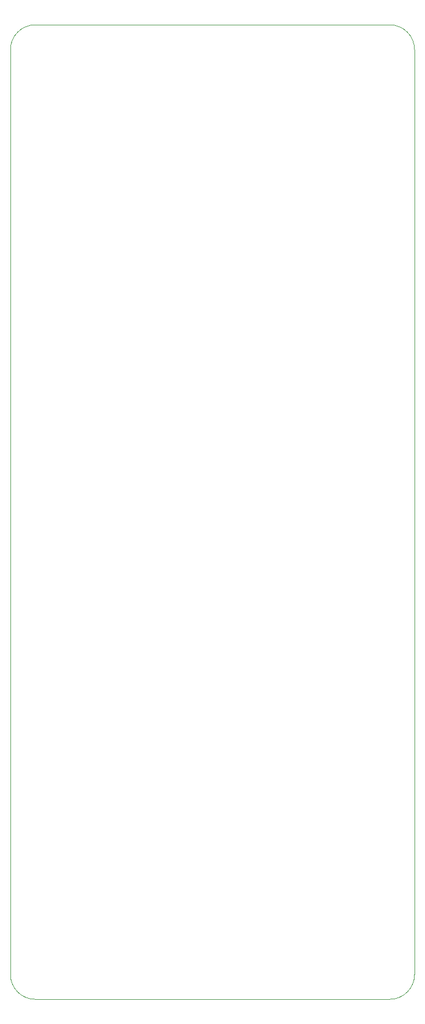
<source format=gbr>
%TF.GenerationSoftware,KiCad,Pcbnew,7.0.6*%
%TF.CreationDate,2023-07-16T21:51:52-04:00*%
%TF.ProjectId,mcp23s17_breakout,6d637032-3373-4313-975f-627265616b6f,rev?*%
%TF.SameCoordinates,Original*%
%TF.FileFunction,Profile,NP*%
%FSLAX46Y46*%
G04 Gerber Fmt 4.6, Leading zero omitted, Abs format (unit mm)*
G04 Created by KiCad (PCBNEW 7.0.6) date 2023-07-16 21:51:52*
%MOMM*%
%LPD*%
G01*
G04 APERTURE LIST*
%TA.AperFunction,Profile*%
%ADD10C,0.100000*%
%TD*%
G04 APERTURE END LIST*
D10*
X134620000Y-173990000D02*
X134620000Y-31750000D01*
X130810000Y-177800000D02*
G75*
G03*
X134620000Y-173990000I0J3810000D01*
G01*
X130810000Y-27940000D02*
X76200000Y-27940000D01*
X76200000Y-177800000D02*
X130810000Y-177800000D01*
X134620000Y-31750000D02*
G75*
G03*
X130810000Y-27940000I-3810000J0D01*
G01*
X72390000Y-31750000D02*
X72390000Y-173990000D01*
X72390000Y-173990000D02*
G75*
G03*
X76200000Y-177800000I3810000J0D01*
G01*
X76200000Y-27940000D02*
G75*
G03*
X72390000Y-31750000I0J-3810000D01*
G01*
M02*

</source>
